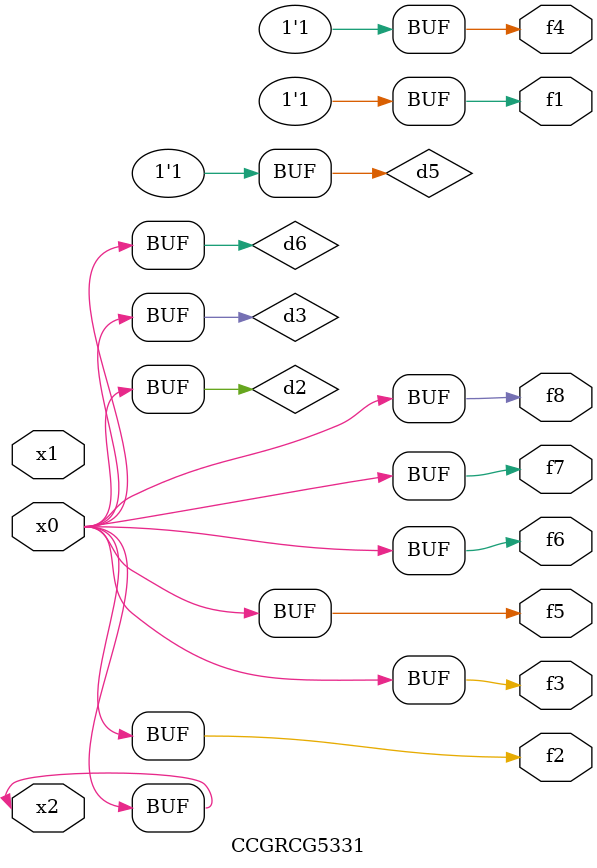
<source format=v>
module CCGRCG5331(
	input x0, x1, x2,
	output f1, f2, f3, f4, f5, f6, f7, f8
);

	wire d1, d2, d3, d4, d5, d6;

	xnor (d1, x2);
	buf (d2, x0, x2);
	and (d3, x0);
	xnor (d4, x1, x2);
	nand (d5, d1, d3);
	buf (d6, d2, d3);
	assign f1 = d5;
	assign f2 = d6;
	assign f3 = d6;
	assign f4 = d5;
	assign f5 = d6;
	assign f6 = d6;
	assign f7 = d6;
	assign f8 = d6;
endmodule

</source>
